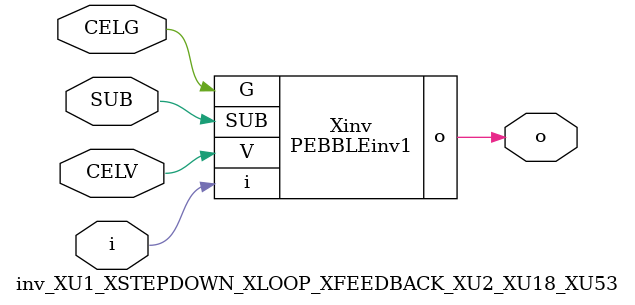
<source format=v>



module PEBBLEinv1 ( o, G, SUB, V, i );

  input V;
  input i;
  input G;
  output o;
  input SUB;
endmodule

//Celera Confidential Do Not Copy inv_XU1_XSTEPDOWN_XLOOP_XFEEDBACK_XU2_XU18_XU53
//Celera Confidential Symbol Generator
//5V Inverter
module inv_XU1_XSTEPDOWN_XLOOP_XFEEDBACK_XU2_XU18_XU53 (CELV,CELG,i,o,SUB);
input CELV;
input CELG;
input i;
input SUB;
output o;

//Celera Confidential Do Not Copy inv
PEBBLEinv1 Xinv(
.V (CELV),
.i (i),
.o (o),
.SUB (SUB),
.G (CELG)
);
//,diesize,PEBBLEinv1

//Celera Confidential Do Not Copy Module End
//Celera Schematic Generator
endmodule

</source>
